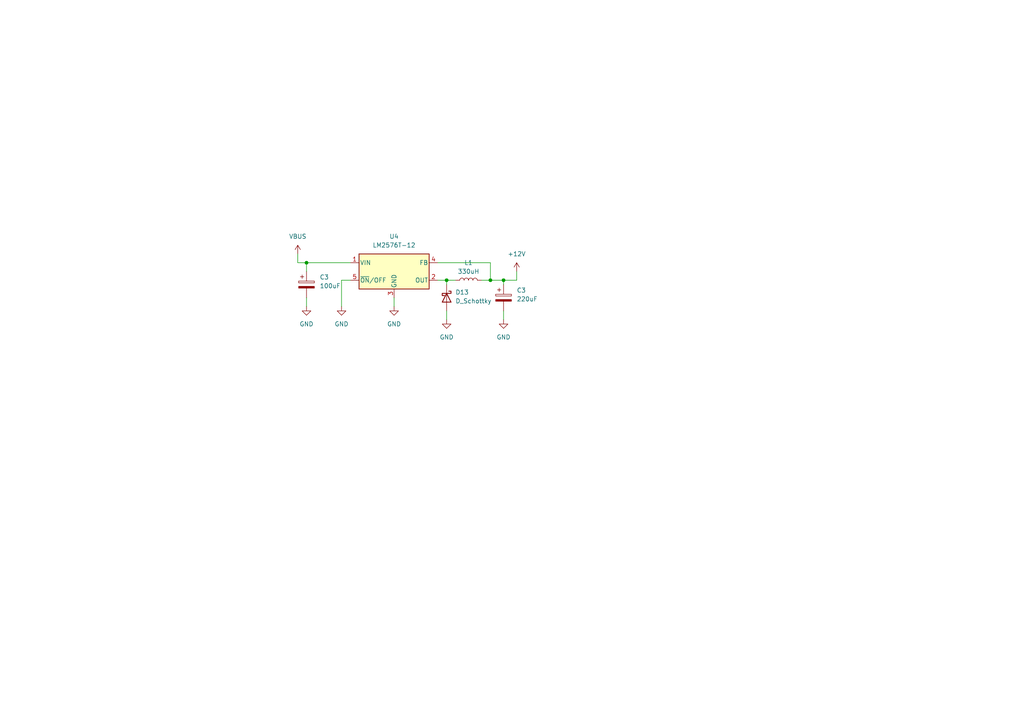
<source format=kicad_sch>
(kicad_sch (version 20230121) (generator eeschema)
  (paper "A4")
  (lib_symbols
    (symbol "Device:C_Polarized" (pin_numbers hide) (pin_names (offset 0.254))
      (property "Reference" "C" (at 0.635 2.54 0))
      (property "Value" "C_Polarized" (at 0.635 -2.54 0))
      (symbol "C_Polarized_0_1"
        (rectangle (start -2.286 0.508) (end 2.286 1.016))
        (polyline (pts (xy -1.778 2.286) (xy -0.762 2.286)))
        (polyline (pts (xy -1.27 2.794) (xy -1.27 1.778)))
        (rectangle (start 2.286 -0.508) (end -2.286 -1.016) (fill (type outline)))
      )
      (symbol "C_Polarized_1_1"
        (pin passive line (at 0 3.81 270) (length 2.794) (name "~") (number "1"))
        (pin passive line (at 0 -3.81 90) (length 2.794) (name "~") (number "2"))
      )
    )
    (symbol "Device:D_Schottky" (pin_numbers hide) (pin_names (offset 1.016) hide)
      (property "Reference" "D" (at 0 2.54 0))
      (property "Value" "D_Schottky" (at 0 -2.54 0))
      (symbol "D_Schottky_0_1"
        (polyline (pts (xy 1.27 0) (xy -1.27 0)))
        (polyline (pts (xy 1.27 1.27) (xy 1.27 -1.27) (xy -1.27 0) (xy 1.27 1.27)) (stroke (width 0.254)))
        (polyline (pts (xy -1.905 0.635) (xy -1.905 1.27) (xy -1.27 1.27) (xy -1.27 -1.27) (xy -0.635 -1.27) (xy -0.635 -0.635)) (stroke (width 0.254)))
      )
      (symbol "D_Schottky_1_1"
        (pin passive line (at -3.81 0 0) (length 2.54) (name "K") (number "1"))
        (pin passive line (at 3.81 0 180) (length 2.54) (name "A") (number "2"))
      )
    )
    (symbol "Device:L" (pin_numbers hide) (pin_names (offset 1.016) hide)
      (property "Reference" "L" (at -1.27 0 90))
      (property "Value" "L" (at 1.905 0 90))
      (symbol "L_0_1"
        (arc (start 0 -2.54) (mid 0.6323 -1.905) (end 0 -1.27))
        (arc (start 0 -1.27) (mid 0.6323 -0.635) (end 0 0))
        (arc (start 0 0) (mid 0.6323 0.635) (end 0 1.27))
        (arc (start 0 1.27) (mid 0.6323 1.905) (end 0 2.54))
      )
      (symbol "L_1_1"
        (pin passive line (at 0 3.81 270) (length 1.27) (name "1") (number "1"))
        (pin passive line (at 0 -3.81 90) (length 1.27) (name "2") (number "2"))
      )
    )
    (symbol "Regulator_Switching:LM2576T-12" (pin_names (offset 0.254))
      (property "Reference" "U" (at -10.16 6.35 0))
      (property "Value" "LM2576T-12" (at 0 6.35 0))
      (symbol "LM2576T-12_0_1"
        (rectangle (start -10.16 5.08) (end 10.16 -5.08) (stroke (width 0.254)) (fill (type background)))
      )
      (symbol "LM2576T-12_1_1"
        (pin power_in line (at -12.7 2.54 0) (length 2.54) (name "VIN") (number "1"))
        (pin output line (at 12.7 -2.54 180) (length 2.54) (name "OUT") (number "2"))
        (pin power_in line (at 0 -7.62 90) (length 2.54) (name "GND") (number "3"))
        (pin input line (at 12.7 2.54 180) (length 2.54) (name "FB") (number "4"))
        (pin input line (at -12.7 -2.54 0) (length 2.54) (name "~{ON}/OFF") (number "5"))
      )
    )
    (symbol "power:+12V" (power) (pin_names (offset 0))
      (property "Value" "+12V" (at 0 3.556 0))
      (symbol "+12V_0_1"
        (polyline (pts (xy -0.762 1.27) (xy 0 2.54)))
        (polyline (pts (xy 0 0) (xy 0 2.54)))
        (polyline (pts (xy 0 2.54) (xy 0.762 1.27)))
      )
      (symbol "+12V_1_1"
        (pin power_in line (at 0 0 90) (length 0) hide (name "+12V") (number "1"))
      )
    )
    (symbol "power:GND" (power) (pin_names (offset 0))
      (property "Value" "GND" (at 0 -3.81 0))
      (symbol "GND_0_1"
        (polyline (pts (xy 0 0) (xy 0 -1.27) (xy 1.27 -1.27) (xy 0 -2.54) (xy -1.27 -1.27) (xy 0 -1.27)))
      )
      (symbol "GND_1_1"
        (pin power_in line (at 0 0 270) (length 0) hide (name "GND") (number "1"))
      )
    )
    (symbol "power:VBUS" (power) (pin_names (offset 0))
      (property "Value" "VBUS" (at 0 3.81 0))
      (symbol "VBUS_0_1"
        (polyline (pts (xy -0.762 1.27) (xy 0 2.54)))
        (polyline (pts (xy 0 0) (xy 0 2.54)))
        (polyline (pts (xy 0 2.54) (xy 0.762 1.27)))
      )
      (symbol "VBUS_1_1"
        (pin power_in line (at 0 0 90) (length 0) hide (name "VBUS") (number "1"))
      )
    )
  )
  (junction (at 129.54 81.28))
  (junction (at 88.9 76.2))
  (junction (at 142.24 81.28))
  (junction (at 146.05 81.28))
  (wire (pts (xy 149.86 78.74) (xy 149.86 81.28)))
  (wire (pts (xy 139.7 81.28) (xy 142.24 81.28)))
  (wire (pts (xy 127 76.2) (xy 142.24 76.2)))
  (wire (pts (xy 146.05 90.17) (xy 146.05 92.71)))
  (wire (pts (xy 127 81.28) (xy 129.54 81.28)))
  (wire (pts (xy 99.06 81.28) (xy 99.06 88.9)))
  (wire (pts (xy 88.9 76.2) (xy 88.9 78.74)))
  (wire (pts (xy 129.54 81.28) (xy 129.54 82.55)))
  (wire (pts (xy 142.24 81.28) (xy 146.05 81.28)))
  (wire (pts (xy 146.05 81.28) (xy 146.05 82.55)))
  (wire (pts (xy 86.36 73.66) (xy 86.36 76.2)))
  (wire (pts (xy 142.24 76.2) (xy 142.24 81.28)))
  (wire (pts (xy 114.3 86.36) (xy 114.3 88.9)))
  (wire (pts (xy 129.54 90.17) (xy 129.54 92.71)))
  (wire (pts (xy 86.36 76.2) (xy 88.9 76.2)))
  (wire (pts (xy 129.54 81.28) (xy 132.08 81.28)))
  (wire (pts (xy 101.6 81.28) (xy 99.06 81.28)))
  (wire (pts (xy 88.9 86.36) (xy 88.9 88.9)))
  (wire (pts (xy 146.05 81.28) (xy 149.86 81.28)))
  (wire (pts (xy 88.9 76.2) (xy 101.6 76.2)))
  (symbol (lib_id "Device:L") (at 135.89 81.28 90) (unit 1)
    (property "Reference" "L1" (at 135.89 76.2 90))
    (property "Value" "330uH" (at 135.89 78.74 90))
    (property "Footprint" "Inductor_THT:L_Radial_D6.0mm_P4.00mm" (effects hide))
  )
  (symbol (lib_id "power:+12V") (at 149.86 78.74 0) (unit 1)
    (property "Reference" "#PWR052" (effects hide))
    (property "Value" "+12V" (at 149.86 73.66 0))
  )
  (symbol (lib_id "power:GND") (at 129.54 92.71 0) (unit 1)
    (property "Reference" "#PWR050" (effects hide))
    (property "Value" "GND" (at 129.54 97.79 0))
  )
  (symbol (lib_id "power:GND") (at 146.05 92.71 0) (unit 1)
    (property "Reference" "#PWR051" (effects hide))
    (property "Value" "GND" (at 146.05 97.79 0))
  )
  (symbol (lib_id "power:VBUS") (at 86.36 73.66 0) (unit 1)
    (property "Reference" "#PWR046" (effects hide))
    (property "Value" "VBUS" (at 86.36 68.58 0))
  )
  (symbol (lib_id "power:GND") (at 114.3 88.9 0) (unit 1)
    (property "Reference" "#PWR049" (effects hide))
    (property "Value" "GND" (at 114.3 93.98 0))
  )
  (symbol (lib_id "Regulator_Switching:LM2576T-12") (at 114.3 78.74 0) (unit 1)
    (property "Reference" "U4" (at 114.3 68.58 0))
    (property "Value" "LM2576T-12" (at 114.3 71.12 0))
    (property "Footprint" "Package_TO_SOT_THT:TO-220-5_P3.4x3.7mm_StaggerEven_Lead3.8mm_Vertical" (effects hide))
    (property "Datasheet" "http://www.ti.com/lit/ds/symlink/lm2576.pdf" (effects hide))
  )
  (symbol (lib_id "power:GND") (at 99.06 88.9 0) (unit 1)
    (property "Reference" "#PWR048" (effects hide))
    (property "Value" "GND" (at 99.06 93.98 0))
  )
  (symbol (lib_id "Device:C_Polarized") (at 146.05 86.36 0) (unit 1)
    (property "Reference" "C3" (at 149.86 84.201 0) (effects (justify left)))
    (property "Value" "220uF" (at 149.86 86.741 0) (effects (justify left)))
    (property "Footprint" "Capacitor_THT:CP_Radial_D4.0mm_P2.00mm" (effects hide))
    (instances (project "garden-watering" (path "" (reference "C3") (unit 1)) (path "" (reference "C7") (unit 1))))
  )
  (symbol (lib_id "power:GND") (at 88.9 88.9 0) (unit 1)
    (property "Reference" "#PWR047" (effects hide))
    (property "Value" "GND" (at 88.9 93.98 0))
  )
  (symbol (lib_id "Device:D_Schottky") (at 129.54 86.36 270) (unit 1)
    (property "Reference" "D13" (at 132.08 84.7725 90) (effects (justify left)))
    (property "Value" "D_Schottky" (at 132.08 87.3125 90) (effects (justify left)))
    (property "Footprint" "Diode_THT:D_DO-201AD_P12.70mm_Horizontal" (effects hide))
  )
  (symbol (lib_id "Device:C_Polarized") (at 88.9 82.55 0) (unit 1)
    (property "Reference" "C3" (at 92.71 80.391 0) (effects (justify left)))
    (property "Value" "100uF" (at 92.71 82.931 0) (effects (justify left)))
    (property "Footprint" "Capacitor_THT:CP_Radial_D4.0mm_P2.00mm" (effects hide))
    (instances (project "garden-watering" (path "" (reference "C3") (unit 1)) (path "" (reference "C6") (unit 1))))
  )
)
</source>
